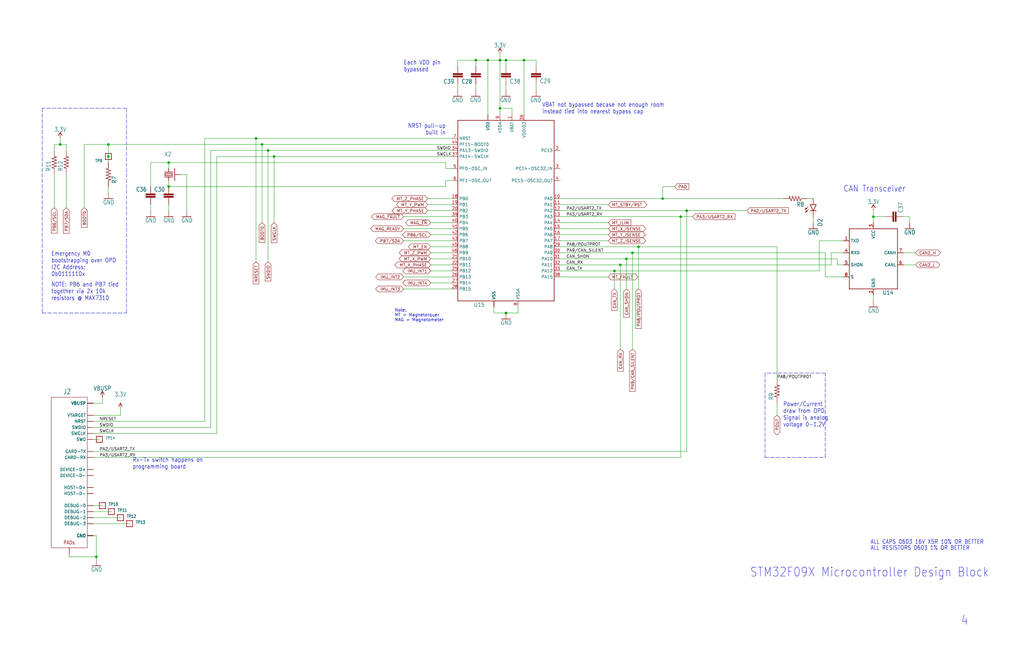
<source format=kicad_sch>
(kicad_sch (version 20211123) (generator eeschema)
  (paper "B")
  (lib_symbols
    (symbol "J-TE-2-1734592-0-oresat-debug-connector:J-TE-Debug-2-1734592-0"
      (property "Reference" "J" (at 0 35.56 0))
      (property "Value" "J-TE-Debug-2-1734592-0" (at 0 33.02 0))
      (symbol "J-TE-Debug-2-1734592-0_1_0"
        (polyline (pts (xy -7.62 -33.02) (xy 7.62 -33.02)) (stroke (width 0.1524)))
        (polyline (pts (xy -7.62 30.48) (xy -7.62 -33.02)) (stroke (width 0.1524)))
        (polyline (pts (xy 7.62 -33.02) (xy 7.62 30.48)) (stroke (width 0.1524)))
        (polyline (pts (xy 7.62 30.48) (xy -7.62 30.48)) (stroke (width 0.1524)))
        (text "PADs" (at -2.54 -31.75 0) (effects (font (size 1.524 1.2954)) (justify left bottom)))
        (pin passive line (at 10.16 27.94 180) (length 2.54) (name "VBUSP") (number "1"))
        (pin passive line (at 10.16 20.32 180) (length 2.54) (name "NRST") (number "10"))
        (pin passive line (at 10.16 22.86 180) (length 2.54) (name "VTARGET") (number "11"))
        (pin passive line (at 10.16 5.08 180) (length 2.54) (name "CARD-RX") (number "12"))
        (pin passive line (at 10.16 7.62 180) (length 2.54) (name "CARD-TX") (number "13"))
        (pin passive line (at 10.16 17.78 180) (length 2.54) (name "SWDIO") (number "14"))
        (pin passive line (at 10.16 15.24 180) (length 2.54) (name "SWCLK") (number "15"))
        (pin passive line (at 10.16 12.7 180) (length 2.54) (name "SWO") (number "16"))
        (pin passive line (at 10.16 -15.24 180) (length 2.54) (name "DEBUG-0") (number "17"))
        (pin passive line (at 10.16 -17.78 180) (length 2.54) (name "DEBUG-1") (number "18"))
        (pin passive line (at 10.16 -20.32 180) (length 2.54) (name "DEBUG-2") (number "19"))
        (pin passive line (at 10.16 27.94 180) (length 2.54) (name "VBUSP") (number "2"))
        (pin passive line (at 10.16 -22.86 180) (length 2.54) (name "DEBUG-3") (number "20"))
        (pin passive line (at 10.16 -27.94 180) (length 2.54) (name "GND") (number "3"))
        (pin passive line (at 10.16 0 180) (length 2.54) (name "DEVICE-D+") (number "4"))
        (pin passive line (at 10.16 -2.54 180) (length 2.54) (name "DEVICE-D-") (number "5"))
        (pin passive line (at 10.16 -27.94 180) (length 2.54) (name "GND") (number "6"))
        (pin passive line (at 10.16 -7.62 180) (length 2.54) (name "HOST-D+") (number "7"))
        (pin passive line (at 10.16 -10.16 180) (length 2.54) (name "HOST-D-") (number "8"))
        (pin passive line (at 10.16 -27.94 180) (length 2.54) (name "GND") (number "9"))
        (pin bidirectional line (at 0 -35.56 90) (length 2.54) (name "PAD") (number "PAD1"))
        (pin bidirectional line (at 0 -35.56 90) (length 2.54) (name "PAD") (number "PAD2"))
      )
    )
    (symbol "oresat-acs-card-eagle-import:3.3V" (power)
      (property "Value" "3.3V" (at 0 2.794 0))
      (symbol "3.3V_1_0"
        (polyline (pts (xy 0 2.54) (xy -0.762 1.27)) (stroke (width 0.254)))
        (polyline (pts (xy 0.762 1.27) (xy 0 2.54)) (stroke (width 0.254)))
        (pin power_in line (at 0 0 90) (length 2.54) (name "3.3V") (number "1"))
      )
    )
    (symbol "oresat-acs-card-eagle-import:C-EU0603-C-NOSILK"
      (property "Reference" "C" (at 1.524 0.381 0))
      (property "Value" "C-EU0603-C-NOSILK" (at 1.524 -4.699 0))
      (symbol "C-EU0603-C-NOSILK_1_0"
        (rectangle (start -2.032 -2.032) (end 2.032 -1.524) (fill (type outline)))
        (rectangle (start -2.032 -1.016) (end 2.032 -0.508) (fill (type outline)))
        (polyline (pts (xy 0 -2.54) (xy 0 -2.032)) (stroke (width 0.1524)))
        (polyline (pts (xy 0 0) (xy 0 -0.508)) (stroke (width 0.1524)))
        (pin passive line (at 0 2.54 270) (length 2.54) (name "1") (number "1"))
        (pin passive line (at 0 -5.08 90) (length 2.54) (name "2") (number "2"))
      )
    )
    (symbol "oresat-acs-card-eagle-import:CRYSTAL-WITH-GND"
      (property "Reference" "X" (at 5.08 -2.54 0))
      (property "Value" "CRYSTAL-WITH-GND" (at 5.08 -5.08 0))
      (symbol "CRYSTAL-WITH-GND_1_0"
        (polyline (pts (xy -2.54 -2.54) (xy 2.54 -2.54)) (stroke (width 0.254)))
        (polyline (pts (xy -2.54 0) (xy -1.016 0)) (stroke (width 0.254)))
        (polyline (pts (xy -1.016 0) (xy -1.016 -1.778)) (stroke (width 0.254)))
        (polyline (pts (xy -1.016 1.778) (xy -1.016 0)) (stroke (width 0.254)))
        (polyline (pts (xy -0.381 -1.524) (xy 0.381 -1.524)) (stroke (width 0.254)))
        (polyline (pts (xy -0.381 1.524) (xy -0.381 -1.524)) (stroke (width 0.254)))
        (polyline (pts (xy 0.381 -1.524) (xy 0.381 1.524)) (stroke (width 0.254)))
        (polyline (pts (xy 0.381 1.524) (xy -0.381 1.524)) (stroke (width 0.254)))
        (polyline (pts (xy 1.016 0) (xy 1.016 -1.778)) (stroke (width 0.254)))
        (polyline (pts (xy 1.016 1.778) (xy 1.016 0)) (stroke (width 0.254)))
        (polyline (pts (xy 2.54 0) (xy 1.016 0)) (stroke (width 0.254)))
        (pin passive line (at -2.54 0 0) (length 0) (name "1") (number "1"))
        (pin power_in line (at 0 -5.08 90) (length 2.54) (name "SHIELD") (number "2"))
        (pin passive line (at 2.54 0 180) (length 0) (name "2") (number "3"))
        (pin power_in line (at 0 -5.08 90) (length 2.54) (name "SHIELD") (number "4"))
      )
    )
    (symbol "oresat-acs-card-eagle-import:GND" (power)
      (property "Value" "GND" (at -2.54 -2.54 0))
      (symbol "GND_1_0"
        (polyline (pts (xy -1.905 0) (xy 1.905 0)) (stroke (width 0.254)))
        (pin power_in line (at 0 2.54 270) (length 2.54) (name "GND") (number "1"))
      )
    )
    (symbol "oresat-acs-card-eagle-import:LED-GREEN0603"
      (property "Reference" "D" (at -3.429 -4.572 90))
      (property "Value" "LED-GREEN0603" (at 1.905 -4.572 90))
      (symbol "LED-GREEN0603_1_0"
        (polyline (pts (xy -2.032 -0.762) (xy -3.429 -2.159)) (stroke (width 0.1524)))
        (polyline (pts (xy -1.905 -1.905) (xy -3.302 -3.302)) (stroke (width 0.1524)))
        (polyline (pts (xy 0 -2.54) (xy -1.27 -2.54)) (stroke (width 0.254)))
        (polyline (pts (xy 0 -2.54) (xy -1.27 0)) (stroke (width 0.254)))
        (polyline (pts (xy 1.27 -2.54) (xy 0 -2.54)) (stroke (width 0.254)))
        (polyline (pts (xy 1.27 0) (xy -1.27 0)) (stroke (width 0.254)))
        (polyline (pts (xy 1.27 0) (xy 0 -2.54)) (stroke (width 0.254)))
        (polyline (pts (xy -3.429 -2.159) (xy -3.048 -1.27) (xy -2.54 -1.778)) (fill (type outline)))
        (polyline (pts (xy -3.302 -3.302) (xy -2.921 -2.413) (xy -2.413 -2.921)) (fill (type outline)))
        (pin passive line (at 0 2.54 270) (length 2.54) (name "A") (number "A"))
        (pin passive line (at 0 -5.08 90) (length 2.54) (name "C") (number "C"))
      )
    )
    (symbol "oresat-acs-card-eagle-import:R-US_0603-C-NOSILK"
      (property "Reference" "R" (at -3.81 1.4986 0))
      (property "Value" "R-US_0603-C-NOSILK" (at -3.81 -3.302 0))
      (symbol "R-US_0603-C-NOSILK_1_0"
        (polyline (pts (xy -2.54 0) (xy -2.159 1.016)) (stroke (width 0.2032)))
        (polyline (pts (xy -2.159 1.016) (xy -1.524 -1.016)) (stroke (width 0.2032)))
        (polyline (pts (xy -1.524 -1.016) (xy -0.889 1.016)) (stroke (width 0.2032)))
        (polyline (pts (xy -0.889 1.016) (xy -0.254 -1.016)) (stroke (width 0.2032)))
        (polyline (pts (xy -0.254 -1.016) (xy 0.381 1.016)) (stroke (width 0.2032)))
        (polyline (pts (xy 0.381 1.016) (xy 1.016 -1.016)) (stroke (width 0.2032)))
        (polyline (pts (xy 1.016 -1.016) (xy 1.651 1.016)) (stroke (width 0.2032)))
        (polyline (pts (xy 1.651 1.016) (xy 2.286 -1.016)) (stroke (width 0.2032)))
        (polyline (pts (xy 2.286 -1.016) (xy 2.54 0)) (stroke (width 0.2032)))
        (pin passive line (at -5.08 0 0) (length 2.54) (name "1") (number "1"))
        (pin passive line (at 5.08 0 180) (length 2.54) (name "2") (number "2"))
      )
    )
    (symbol "oresat-acs-card-eagle-import:STM32F091C"
      (property "Value" "STM32F091C" (at -20.32 40.64 0))
      (symbol "STM32F091C_1_0"
        (polyline (pts (xy -20.32 -38.1) (xy -20.32 38.1)) (stroke (width 0.254)))
        (polyline (pts (xy -20.32 38.1) (xy 20.32 38.1)) (stroke (width 0.254)))
        (polyline (pts (xy 20.32 -38.1) (xy -20.32 -38.1)) (stroke (width 0.254)))
        (polyline (pts (xy 20.32 38.1) (xy 20.32 -38.1)) (stroke (width 0.254)))
        (pin power_in line (at -2.54 40.64 270) (length 2.54) (name "VBAT") (number "1"))
        (pin bidirectional line (at -22.86 5.08 0) (length 2.54) (name "PA0") (number "10"))
        (pin bidirectional line (at -22.86 2.54 0) (length 2.54) (name "PA1") (number "11"))
        (pin bidirectional line (at -22.86 0 0) (length 2.54) (name "PA2") (number "12"))
        (pin bidirectional line (at -22.86 -2.54 0) (length 2.54) (name "PA3") (number "13"))
        (pin bidirectional line (at -22.86 -5.08 0) (length 2.54) (name "PA4") (number "14"))
        (pin bidirectional line (at -22.86 -7.62 0) (length 2.54) (name "PA5") (number "15"))
        (pin bidirectional line (at -22.86 -10.16 0) (length 2.54) (name "PA6") (number "16"))
        (pin bidirectional line (at -22.86 -12.7 0) (length 2.54) (name "PA7") (number "17"))
        (pin bidirectional line (at 22.86 5.08 180) (length 2.54) (name "PB0") (number "18"))
        (pin bidirectional line (at 22.86 2.54 180) (length 2.54) (name "PB1") (number "19"))
        (pin bidirectional line (at -22.86 25.4 0) (length 2.54) (name "PC13") (number "2"))
        (pin bidirectional line (at 22.86 0 180) (length 2.54) (name "PB2") (number "20"))
        (pin bidirectional line (at 22.86 -20.32 180) (length 2.54) (name "PB10") (number "21"))
        (pin bidirectional line (at 22.86 -22.86 180) (length 2.54) (name "PB11") (number "22"))
        (pin power_in line (at 5.08 -40.64 90) (length 2.54) (name "VSS") (number "23"))
        (pin power_in line (at 7.62 40.64 270) (length 2.54) (name "VDD") (number "24"))
        (pin bidirectional line (at 22.86 -25.4 180) (length 2.54) (name "PB12") (number "25"))
        (pin bidirectional line (at 22.86 -27.94 180) (length 2.54) (name "PB13") (number "26"))
        (pin bidirectional line (at 22.86 -30.48 180) (length 2.54) (name "PB14") (number "27"))
        (pin bidirectional line (at 22.86 -33.02 180) (length 2.54) (name "PB15") (number "28"))
        (pin bidirectional line (at -22.86 -15.24 0) (length 2.54) (name "PA8") (number "29"))
        (pin bidirectional line (at -22.86 17.78 0) (length 2.54) (name "PC14-OSC32_IN") (number "3"))
        (pin bidirectional line (at -22.86 -17.78 0) (length 2.54) (name "PA9") (number "30"))
        (pin bidirectional line (at -22.86 -20.32 0) (length 2.54) (name "PA10") (number "31"))
        (pin bidirectional line (at -22.86 -22.86 0) (length 2.54) (name "PA11") (number "32"))
        (pin bidirectional line (at -22.86 -25.4 0) (length 2.54) (name "PA12") (number "33"))
        (pin bidirectional line (at 22.86 25.4 180) (length 2.54) (name "PA13-SWDIO") (number "34"))
        (pin power_in line (at 5.08 -40.64 90) (length 2.54) (name "VSS") (number "35"))
        (pin power_in line (at -7.62 40.64 270) (length 2.54) (name "VDDIO2") (number "36"))
        (pin bidirectional line (at 22.86 22.86 180) (length 2.54) (name "PA14-SWCLK") (number "37"))
        (pin bidirectional line (at -22.86 -27.94 0) (length 2.54) (name "PA15") (number "38"))
        (pin bidirectional line (at 22.86 -2.54 180) (length 2.54) (name "PB3") (number "39"))
        (pin bidirectional line (at -22.86 12.7 0) (length 2.54) (name "PC15-OSC32_OUT") (number "4"))
        (pin bidirectional line (at 22.86 -5.08 180) (length 2.54) (name "PB4") (number "40"))
        (pin bidirectional line (at 22.86 -7.62 180) (length 2.54) (name "PB5") (number "41"))
        (pin bidirectional line (at 22.86 -10.16 180) (length 2.54) (name "PB6") (number "42"))
        (pin bidirectional line (at 22.86 -12.7 180) (length 2.54) (name "PB7") (number "43"))
        (pin bidirectional line (at 22.86 27.94 180) (length 2.54) (name "PF11-BOOT0") (number "44"))
        (pin bidirectional line (at 22.86 -15.24 180) (length 2.54) (name "PB8") (number "45"))
        (pin bidirectional line (at 22.86 -17.78 180) (length 2.54) (name "PB9") (number "46"))
        (pin power_in line (at 5.08 -40.64 90) (length 2.54) (name "VSS") (number "47"))
        (pin power_in line (at 7.62 40.64 270) (length 2.54) (name "VDD") (number "48"))
        (pin bidirectional line (at 22.86 17.78 180) (length 2.54) (name "PF0-OSC_IN") (number "5"))
        (pin bidirectional line (at 22.86 12.7 180) (length 2.54) (name "PF1-OSC_OUT") (number "6"))
        (pin bidirectional line (at 22.86 30.48 180) (length 2.54) (name "NRST") (number "7"))
        (pin power_in line (at -5.08 -40.64 90) (length 2.54) (name "VSSA") (number "8"))
        (pin power_in line (at 2.54 40.64 270) (length 2.54) (name "VDDA") (number "9"))
      )
    )
    (symbol "oresat-acs-card-eagle-import:TCAN330"
      (property "Reference" "U" (at 7.62 -17.78 0))
      (property "Value" "TCAN330" (at 7.62 -20.32 0))
      (symbol "TCAN330_1_0"
        (polyline (pts (xy -10.16 -12.7) (xy 10.16 -12.7)) (stroke (width 0.254)))
        (polyline (pts (xy -10.16 12.7) (xy -10.16 -12.7)) (stroke (width 0.254)))
        (polyline (pts (xy 10.16 -12.7) (xy 10.16 12.7)) (stroke (width 0.254)))
        (polyline (pts (xy 10.16 12.7) (xy -10.16 12.7)) (stroke (width 0.254)))
        (pin input line (at -12.7 7.62 0) (length 2.54) (name "TXD") (number "1"))
        (pin power_in line (at 0 -15.24 90) (length 2.54) (name "GND") (number "2"))
        (pin power_in line (at 0 15.24 270) (length 2.54) (name "VCC") (number "3"))
        (pin output line (at -12.7 2.54 0) (length 2.54) (name "RXD") (number "4"))
        (pin input line (at -12.7 -2.54 0) (length 2.54) (name "SHDN") (number "5"))
        (pin bidirectional line (at 12.7 -2.54 180) (length 2.54) (name "CANL") (number "6"))
        (pin bidirectional line (at 12.7 2.54 180) (length 2.54) (name "CANH") (number "7"))
        (pin input line (at -12.7 -7.62 0) (length 2.54) (name "S") (number "8"))
      )
    )
    (symbol "oresat-acs-card-eagle-import:TEST-POINT-LARGE-SQUARE"
      (property "Reference" "TP" (at -2.54 2.54 0))
      (symbol "TEST-POINT-LARGE-SQUARE_1_0"
        (polyline (pts (xy -1.27 -1.27) (xy -1.27 1.27)) (stroke (width 0.254)))
        (polyline (pts (xy -1.27 1.27) (xy 1.27 1.27)) (stroke (width 0.254)))
        (polyline (pts (xy 1.27 -1.27) (xy -1.27 -1.27)) (stroke (width 0.254)))
        (polyline (pts (xy 1.27 1.27) (xy 1.27 -1.27)) (stroke (width 0.254)))
        (pin passive line (at 0 0 0) (length 0) (name "1") (number "1"))
      )
    )
    (symbol "oresat-acs-card-eagle-import:VBUSP" (power)
      (property "Value" "VBUSP" (at 0 2.794 0))
      (symbol "VBUSP_1_0"
        (polyline (pts (xy 0 2.54) (xy -0.762 1.27)) (stroke (width 0.254)))
        (polyline (pts (xy 0.762 1.27) (xy 0 2.54)) (stroke (width 0.254)))
        (pin power_in line (at 0 0 90) (length 2.54) (name "VBUSP") (number "1"))
      )
    )
  )
  (junction (at 45.72 66.04))
  (junction (at 220.98 25.4))
  (junction (at 205.74 25.4))
  (junction (at 287.02 91.44))
  (junction (at 25.4 60.96))
  (junction (at 40.64 234.95))
  (junction (at 279.4 83.82))
  (junction (at 259.08 114.3))
  (junction (at 210.82 45.72))
  (junction (at 110.49 60.96))
  (junction (at 264.16 109.22))
  (junction (at 115.57 66.04))
  (junction (at 261.62 111.76))
  (junction (at 200.66 25.4))
  (junction (at 368.3 91.44))
  (junction (at 213.36 132.08))
  (junction (at 213.36 25.4))
  (junction (at 71.12 78.74))
  (junction (at 113.03 63.5))
  (junction (at 45.72 60.96))
  (junction (at 210.82 25.4))
  (junction (at 289.56 88.9))
  (junction (at 107.95 58.42))
  (junction (at 266.7 106.68))
  (junction (at 269.24 104.14))
  (junction (at 71.12 68.58))
  (wire (pts (xy 63.5 88.9) (xy 63.5 86.36)))
  (wire (pts (xy 236.22 91.44) (xy 287.02 91.44)))
  (wire (pts (xy 213.36 25.4) (xy 210.82 25.4)))
  (wire (pts (xy 43.18 170.18) (xy 43.18 167.64)))
  (wire (pts (xy 29.21 233.68) (xy 29.21 234.95)))
  (wire (pts (xy 200.66 27.94) (xy 200.66 25.4)))
  (wire (pts (xy 91.44 182.88) (xy 91.44 66.04)))
  (wire (pts (xy 91.44 66.04) (xy 115.57 66.04)))
  (wire (pts (xy 193.04 27.94) (xy 193.04 25.4)))
  (wire (pts (xy 345.44 101.6) (xy 345.44 114.3)))
  (wire (pts (xy 327.66 170.18) (xy 327.66 175.26)))
  (wire (pts (xy 35.56 60.96) (xy 35.56 87.63)))
  (wire (pts (xy 289.56 88.9) (xy 314.96 88.9)))
  (wire (pts (xy 236.22 86.36) (xy 256.54 86.36)))
  (wire (pts (xy 25.4 60.96) (xy 27.94 60.96)))
  (wire (pts (xy 287.02 91.44) (xy 287.02 193.04)))
  (wire (pts (xy 279.4 78.74) (xy 284.48 78.74)))
  (wire (pts (xy 287.02 91.44) (xy 292.1 91.44)))
  (wire (pts (xy 269.24 104.14) (xy 269.24 121.92)))
  (wire (pts (xy 261.62 111.76) (xy 261.62 147.32)))
  (wire (pts (xy 39.37 226.06) (xy 40.64 226.06)))
  (wire (pts (xy 350.52 111.76) (xy 261.62 111.76)))
  (wire (pts (xy 71.12 78.74) (xy 71.12 76.2)))
  (wire (pts (xy 215.9 45.72) (xy 210.82 45.72)))
  (wire (pts (xy 208.28 132.08) (xy 208.28 129.54)))
  (wire (pts (xy 353.06 111.76) (xy 353.06 109.22)))
  (wire (pts (xy 368.3 127) (xy 368.3 124.46)))
  (wire (pts (xy 27.94 87.63) (xy 27.94 73.66)))
  (wire (pts (xy 46.99 215.9) (xy 39.37 215.9)))
  (wire (pts (xy 88.9 180.34) (xy 88.9 63.5)))
  (wire (pts (xy 210.82 48.26) (xy 210.82 45.72)))
  (wire (pts (xy 368.3 91.44) (xy 373.38 91.44)))
  (wire (pts (xy 350.52 106.68) (xy 350.52 111.76)))
  (wire (pts (xy 259.08 114.3) (xy 259.08 121.92)))
  (wire (pts (xy 71.12 68.58) (xy 71.12 71.12)))
  (wire (pts (xy 236.22 83.82) (xy 279.4 83.82)))
  (wire (pts (xy 107.95 58.42) (xy 190.5 58.42)))
  (wire (pts (xy 226.06 38.1) (xy 226.06 35.56)))
  (wire (pts (xy 190.5 91.44) (xy 170.18 91.44)))
  (wire (pts (xy 78.74 73.66) (xy 76.2 73.66)))
  (wire (pts (xy 22.86 60.96) (xy 25.4 60.96)))
  (wire (pts (xy 213.36 27.94) (xy 213.36 25.4)))
  (wire (pts (xy 220.98 25.4) (xy 213.36 25.4)))
  (wire (pts (xy 190.5 114.3) (xy 181.61 114.3)))
  (wire (pts (xy 190.5 121.92) (xy 170.18 121.92)))
  (wire (pts (xy 110.49 60.96) (xy 45.72 60.96)))
  (wire (pts (xy 187.96 71.12) (xy 187.96 68.58)))
  (wire (pts (xy 29.21 234.95) (xy 40.64 234.95)))
  (wire (pts (xy 213.36 35.56) (xy 213.36 38.1)))
  (wire (pts (xy 190.5 60.96) (xy 110.49 60.96)))
  (wire (pts (xy 181.61 106.68) (xy 190.5 106.68)))
  (wire (pts (xy 45.72 66.04) (xy 45.72 60.96)))
  (wire (pts (xy 39.37 177.8) (xy 86.36 177.8)))
  (wire (pts (xy 45.72 60.96) (xy 35.56 60.96)))
  (wire (pts (xy 107.95 58.42) (xy 107.95 110.49)))
  (polyline (pts (xy 322.58 157.48) (xy 322.58 193.04)))
  (wire (pts (xy 226.06 25.4) (xy 226.06 27.94)))
  (wire (pts (xy 115.57 66.04) (xy 115.57 93.98)))
  (polyline (pts (xy 53.34 45.72) (xy 17.78 45.72)))
  (wire (pts (xy 383.54 91.44) (xy 383.54 93.98)))
  (wire (pts (xy 39.37 213.36) (xy 43.18 213.36)))
  (wire (pts (xy 190.5 99.06) (xy 181.61 99.06)))
  (wire (pts (xy 86.36 58.42) (xy 107.95 58.42)))
  (wire (pts (xy 220.98 25.4) (xy 226.06 25.4)))
  (wire (pts (xy 342.9 91.44) (xy 342.9 93.98)))
  (wire (pts (xy 236.22 96.52) (xy 256.54 96.52)))
  (wire (pts (xy 213.36 132.08) (xy 218.44 132.08)))
  (wire (pts (xy 63.5 78.74) (xy 63.5 68.58)))
  (wire (pts (xy 236.22 93.98) (xy 256.54 93.98)))
  (wire (pts (xy 190.5 96.52) (xy 170.18 96.52)))
  (wire (pts (xy 39.37 218.44) (xy 50.8 218.44)))
  (wire (pts (xy 113.03 63.5) (xy 113.03 110.49)))
  (wire (pts (xy 50.8 175.26) (xy 50.8 172.72)))
  (wire (pts (xy 289.56 88.9) (xy 289.56 190.5)))
  (wire (pts (xy 215.9 48.26) (xy 215.9 45.72)))
  (polyline (pts (xy 17.78 132.08) (xy 53.34 132.08)))
  (wire (pts (xy 180.34 86.36) (xy 190.5 86.36)))
  (wire (pts (xy 340.36 83.82) (xy 342.9 83.82)))
  (wire (pts (xy 190.5 101.6) (xy 170.18 101.6)))
  (polyline (pts (xy 17.78 45.72) (xy 17.78 132.08)))
  (wire (pts (xy 71.12 88.9) (xy 71.12 86.36)))
  (wire (pts (xy 190.5 71.12) (xy 187.96 71.12)))
  (wire (pts (xy 181.61 104.14) (xy 190.5 104.14)))
  (wire (pts (xy 27.94 60.96) (xy 27.94 63.5)))
  (wire (pts (xy 180.34 88.9) (xy 190.5 88.9)))
  (wire (pts (xy 266.7 106.68) (xy 347.98 106.68)))
  (wire (pts (xy 353.06 109.22) (xy 264.16 109.22)))
  (wire (pts (xy 261.62 111.76) (xy 236.22 111.76)))
  (polyline (pts (xy 347.98 157.48) (xy 322.58 157.48)))
  (wire (pts (xy 210.82 25.4) (xy 210.82 22.86)))
  (wire (pts (xy 181.61 109.22) (xy 190.5 109.22)))
  (wire (pts (xy 39.37 175.26) (xy 50.8 175.26)))
  (wire (pts (xy 181.61 111.76) (xy 190.5 111.76)))
  (wire (pts (xy 86.36 58.42) (xy 86.36 177.8)))
  (wire (pts (xy 213.36 132.08) (xy 208.28 132.08)))
  (wire (pts (xy 54.61 220.98) (xy 39.37 220.98)))
  (wire (pts (xy 190.5 76.2) (xy 187.96 76.2)))
  (wire (pts (xy 22.86 63.5) (xy 22.86 60.96)))
  (wire (pts (xy 381 111.76) (xy 386.08 111.76)))
  (wire (pts (xy 368.3 93.98) (xy 368.3 91.44)))
  (wire (pts (xy 110.49 60.96) (xy 110.49 93.98)))
  (wire (pts (xy 266.7 106.68) (xy 266.7 147.32)))
  (wire (pts (xy 91.44 182.88) (xy 39.37 182.88)))
  (wire (pts (xy 190.5 119.38) (xy 181.61 119.38)))
  (wire (pts (xy 236.22 88.9) (xy 289.56 88.9)))
  (wire (pts (xy 113.03 63.5) (xy 190.5 63.5)))
  (wire (pts (xy 264.16 109.22) (xy 264.16 121.92)))
  (wire (pts (xy 327.66 160.02) (xy 327.66 104.14)))
  (wire (pts (xy 259.08 114.3) (xy 345.44 114.3)))
  (wire (pts (xy 368.3 91.44) (xy 368.3 88.9)))
  (wire (pts (xy 180.34 83.82) (xy 190.5 83.82)))
  (polyline (pts (xy 347.98 193.04) (xy 347.98 157.48)))
  (wire (pts (xy 45.72 68.58) (xy 45.72 66.04)))
  (wire (pts (xy 88.9 180.34) (xy 39.37 180.34)))
  (wire (pts (xy 287.02 193.04) (xy 39.37 193.04)))
  (wire (pts (xy 40.64 234.95) (xy 40.64 236.22)))
  (wire (pts (xy 279.4 83.82) (xy 330.2 83.82)))
  (wire (pts (xy 236.22 99.06) (xy 256.54 99.06)))
  (wire (pts (xy 39.37 170.18) (xy 43.18 170.18)))
  (wire (pts (xy 205.74 48.26) (xy 205.74 25.4)))
  (wire (pts (xy 236.22 101.6) (xy 256.54 101.6)))
  (wire (pts (xy 220.98 25.4) (xy 220.98 48.26)))
  (wire (pts (xy 218.44 132.08) (xy 218.44 129.54)))
  (wire (pts (xy 269.24 104.14) (xy 236.22 104.14)))
  (wire (pts (xy 193.04 25.4) (xy 200.66 25.4)))
  (wire (pts (xy 88.9 63.5) (xy 113.03 63.5)))
  (wire (pts (xy 190.5 116.84) (xy 170.18 116.84)))
  (wire (pts (xy 289.56 190.5) (xy 39.37 190.5)))
  (wire (pts (xy 327.66 104.14) (xy 269.24 104.14)))
  (wire (pts (xy 187.96 78.74) (xy 71.12 78.74)))
  (wire (pts (xy 347.98 106.68) (xy 347.98 116.84)))
  (wire (pts (xy 187.96 76.2) (xy 187.96 78.74)))
  (wire (pts (xy 115.57 66.04) (xy 190.5 66.04)))
  (wire (pts (xy 193.04 35.56) (xy 193.04 38.1)))
  (wire (pts (xy 347.98 116.84) (xy 355.6 116.84)))
  (wire (pts (xy 41.91 185.42) (xy 39.37 185.42)))
  (wire (pts (xy 381 106.68) (xy 386.08 106.68)))
  (polyline (pts (xy 53.34 132.08) (xy 53.34 45.72)))
  (wire (pts (xy 236.22 116.84) (xy 256.54 116.84)))
  (wire (pts (xy 355.6 106.68) (xy 350.52 106.68)))
  (wire (pts (xy 78.74 88.9) (xy 78.74 73.66)))
  (wire (pts (xy 45.72 78.74) (xy 45.72 81.28)))
  (wire (pts (xy 22.86 87.63) (xy 22.86 73.66)))
  (wire (pts (xy 355.6 101.6) (xy 345.44 101.6)))
  (polyline (pts (xy 322.58 193.04) (xy 347.98 193.04)))
  (wire (pts (xy 210.82 45.72) (xy 210.82 25.4)))
  (wire (pts (xy 200.66 25.4) (xy 205.74 25.4)))
  (wire (pts (xy 236.22 106.68) (xy 266.7 106.68)))
  (wire (pts (xy 25.4 60.96) (xy 25.4 58.42)))
  (wire (pts (xy 40.64 226.06) (xy 40.64 234.95)))
  (wire (pts (xy 279.4 83.82) (xy 279.4 78.74)))
  (wire (pts (xy 63.5 68.58) (xy 71.12 68.58)))
  (wire (pts (xy 355.6 111.76) (xy 353.06 111.76)))
  (wire (pts (xy 187.96 68.58) (xy 71.12 68.58)))
  (wire (pts (xy 236.22 114.3) (xy 259.08 114.3)))
  (wire (pts (xy 381 91.44) (xy 383.54 91.44)))
  (wire (pts (xy 205.74 25.4) (xy 210.82 25.4)))
  (wire (pts (xy 190.5 93.98) (xy 181.61 93.98)))
  (wire (pts (xy 200.66 38.1) (xy 200.66 35.56)))
  (wire (pts (xy 264.16 109.22) (xy 236.22 109.22)))
  (text "NOTE: PB6 and PB7 tied\ntogether via 2x 10k\nresistors @ MAX7310~{}" (at 21.59 127 0) (effects (font (size 1.778 1.5113)) (justify left bottom)))
  (text "Emergency M0\nbootstrapping over OPD\nI2C Address:\n0b0111110x" (at 21.59 116.84 0) (effects (font (size 1.778 1.5113)) (justify left bottom)))
  (text "ALL CAPS 0603 16V X5R 10% OR BETTER" (at 367.03 229.87 180) (effects (font (size 1.778 1.5113)) (justify left bottom)))
  (text "NRST pull-up\nbuilt in" (at 187.96 57.15 180) (effects (font (size 1.778 1.5113)) (justify right bottom)))
  (text "Power/Current\ndraw from OPD.\nSignal is analog\nvoltage 0-1.2V" (at 330.2 180.34 0) (effects (font (size 1.778 1.5113)) (justify left bottom)))
  (text "VBAT not bypassed becase not enough room\ninstead tied into nearest bypass cap" (at 228.6 48.26 0) (effects (font (size 1.778 1.5113)) (justify left bottom)))
  (text "Rx-Tx switch happens on\nprogramming board" (at 55.88 198.12 180) (effects (font (size 1.778 1.5113)) (justify left bottom)))
  (text "CAN Transceiver" (at 355.6 81.28 180) (effects (font (size 2.54 2.159)) (justify left bottom)))
  (text "ALL RESISTORS 0603 1% OR BETTER" (at 367.03 232.41 180) (effects (font (size 1.778 1.5113)) (justify left bottom)))
  (text "STM32F09X Microcontroller Design Block" (at 316.23 243.84 180) (effects (font (size 3.81 3.2385)) (justify left bottom)))
  (text "4" (at 405.13 264.16 180) (effects (font (size 3.81 3.2385)) (justify left bottom)))
  (text "Each VDD pin\nbypassed" (at 170.18 30.48 180) (effects (font (size 1.778 1.5113)) (justify left bottom)))
  (text "Note:\nMT = Magnetorquer\nMAG = Magnetometer" (at 166.37 135.89 0) (effects (font (size 1.27 1.27)) (justify left bottom)))
  (label "PA2/USART2_TX" (at 238.76 88.9 0) (effects (font (size 1.2446 1.2446))))
  (label "NRESET" (at 41.91 177.8 0) (effects (font (size 1.2446 1.2446))))
  (label "SWDIO" (at 184.15 63.5 0) (effects (font (size 1.2446 1.2446))))
  (label "CAN_SHDN" (at 238.76 109.22 0) (effects (font (size 1.2446 1.2446))))
  (label "PA9/CAN_SILENT" (at 238.76 106.68 0) (effects (font (size 1.2446 1.2446))))
  (label "PA3/USART2_RX" (at 238.76 91.44 0) (effects (font (size 1.2446 1.2446))))
  (label "SWCLK" (at 41.91 182.88 0) (effects (font (size 1.2446 1.2446))))
  (label "SWCLK" (at 184.15 66.04 0) (effects (font (size 1.2446 1.2446))))
  (label "SWDIO" (at 41.91 180.34 0) (effects (font (size 1.2446 1.2446))))
  (label "CAN_RX" (at 238.76 111.76 0) (effects (font (size 1.2446 1.2446))))
  (label "PA8/POUTPROT" (at 327.66 160.02 0) (effects (font (size 1.2446 1.2446))))
  (label "CAN_TX" (at 238.76 114.3 0) (effects (font (size 1.2446 1.2446))))
  (label "PA3/USART2_RX" (at 41.91 193.04 0) (effects (font (size 1.2446 1.2446))))
  (label "PA2/USART2_TX" (at 41.91 190.5 0) (effects (font (size 1.2446 1.2446))))
  (label "PA8/POUTPROT" (at 238.76 104.14 0) (effects (font (size 1.2446 1.2446))))
  (global_label "MT_X_PWM" (shape bidirectional) (at 181.61 109.22 180) (property "Intersheet References" "${INTERSHEET_REFS}" (effects hide)))
  (global_label "MAG_READY" (shape bidirectional) (at 170.18 96.52 180) (effects (font (size 1.2446 1.2446))) (property "Intersheet References" "${INTERSHEET_REFS}" (effects hide)))
  (global_label "PA0" (shape input) (at 284.48 78.74 0) (property "Intersheet References" "${INTERSHEET_REFS}" (effects hide)))
  (global_label "MT_X_ISENSE" (shape bidirectional) (at 256.54 96.52 0) (property "Intersheet References" "${INTERSHEET_REFS}" (effects hide)))
  (global_label "IMU_INT3" (shape bidirectional) (at 170.18 121.92 180) (effects (font (size 1.2446 1.2446))) (property "Intersheet References" "${INTERSHEET_REFS}" (effects hide)))
  (global_label "CAN_TX" (shape input) (at 259.08 121.92 270) (effects (font (size 1.2446 1.2446))) (property "Intersheet References" "${INTERSHEET_REFS}" (effects hide)))
  (global_label "MT_X_PHASE" (shape bidirectional) (at 181.61 111.76 180) (property "Intersheet References" "${INTERSHEET_REFS}" (effects hide)))
  (global_label "MT_Y_PWM" (shape bidirectional) (at 180.34 86.36 180) (property "Intersheet References" "${INTERSHEET_REFS}" (effects hide)))
  (global_label "CAN2_L" (shape bidirectional) (at 386.08 111.76 0) (effects (font (size 1.2446 1.2446))) (property "Intersheet References" "${INTERSHEET_REFS}" (effects hide)))
  (global_label "IMU_INT1" (shape bidirectional) (at 181.61 114.3 180) (effects (font (size 1.2446 1.2446))) (property "Intersheet References" "${INTERSHEET_REFS}" (effects hide)))
  (global_label "PA8{slash}POUTPROT" (shape input) (at 269.24 121.92 270) (effects (font (size 1.2446 1.2446))) (property "Intersheet References" "${INTERSHEET_REFS}" (effects hide)))
  (global_label "IMU_INT4" (shape bidirectional) (at 181.61 119.38 180) (effects (font (size 1.2446 1.2446))) (property "Intersheet References" "${INTERSHEET_REFS}" (effects hide)))
  (global_label "PB6/SCL" (shape bidirectional) (at 181.61 99.06 180) (effects (font (size 1.2446 1.2446))) (property "Intersheet References" "${INTERSHEET_REFS}" (effects hide)))
  (global_label "BOOT0" (shape input) (at 35.56 87.63 270) (effects (font (size 1.2446 1.2446))) (property "Intersheet References" "${INTERSHEET_REFS}" (effects hide)))
  (global_label "SWDIO" (shape input) (at 113.03 110.49 270) (effects (font (size 1.2446 1.2446))) (property "Intersheet References" "${INTERSHEET_REFS}" (effects hide)))
  (global_label "PB7{slash}SDA" (shape input) (at 27.94 87.63 270) (effects (font (size 1.2446 1.2446))) (property "Intersheet References" "${INTERSHEET_REFS}" (effects hide)))
  (global_label "PA2{slash}USART2_TX" (shape input) (at 314.96 88.9 0) (property "Intersheet References" "${INTERSHEET_REFS}" (effects hide)))
  (global_label "BOOT0" (shape input) (at 110.49 93.98 270) (effects (font (size 1.2446 1.2446))) (property "Intersheet References" "${INTERSHEET_REFS}" (effects hide)))
  (global_label "CAN_SHDN" (shape input) (at 264.16 121.92 270) (effects (font (size 1.2446 1.2446))) (property "Intersheet References" "${INTERSHEET_REFS}" (effects hide)))
  (global_label "CAN_RX" (shape input) (at 261.62 147.32 270) (effects (font (size 1.2446 1.2446))) (property "Intersheet References" "${INTERSHEET_REFS}" (effects hide)))
  (global_label "MT_Z_PWM" (shape bidirectional) (at 181.61 106.68 180) (property "Intersheet References" "${INTERSHEET_REFS}" (effects hide)))
  (global_label "MT_Y_PHASE" (shape bidirectional) (at 180.34 88.9 180) (property "Intersheet References" "${INTERSHEET_REFS}" (effects hide)))
  (global_label "PB6{slash}SCL" (shape input) (at 22.86 87.63 270) (effects (font (size 1.2446 1.2446))) (property "Intersheet References" "${INTERSHEET_REFS}" (effects hide)))
  (global_label "SWCLK" (shape input) (at 115.57 93.98 270) (effects (font (size 1.2446 1.2446))) (property "Intersheet References" "${INTERSHEET_REFS}" (effects hide)))
  (global_label "MT_EN" (shape bidirectional) (at 181.61 104.14 180) (property "Intersheet References" "${INTERSHEET_REFS}" (effects hide)))
  (global_label "POUT" (shape bidirectional) (at 327.66 175.26 270) (effects (font (size 1.2446 1.2446))) (property "Intersheet References" "${INTERSHEET_REFS}" (effects hide)))
  (global_label "MT_STBY{slash}RST" (shape bidirectional) (at 256.54 86.36 0) (property "Intersheet References" "${INTERSHEET_REFS}" (effects hide)))
  (global_label "PA9{slash}CAN_SILENT" (shape input) (at 266.7 147.32 270) (effects (font (size 1.2446 1.2446))) (property "Intersheet References" "${INTERSHEET_REFS}" (effects hide)))
  (global_label "NRESET" (shape input) (at 107.95 110.49 270) (effects (font (size 1.2446 1.2446))) (property "Intersheet References" "${INTERSHEET_REFS}" (effects hide)))
  (global_label "MT_Y_ISENSE" (shape bidirectional) (at 256.54 99.06 0) (property "Intersheet References" "${INTERSHEET_REFS}" (effects hide)))
  (global_label "MT_FAULT" (shape bidirectional) (at 256.54 116.84 0) (property "Intersheet References" "${INTERSHEET_REFS}" (effects hide)))
  (global_label "MAG_~{FAULT}" (shape bidirectional) (at 170.18 91.44 180) (effects (font (size 1.2446 1.2446))) (property "Intersheet References" "${INTERSHEET_REFS}" (effects hide)))
  (global_label "PA3{slash}USART2_RX" (shape input) (at 292.1 91.44 0) (property "Intersheet References" "${INTERSHEET_REFS}" (effects hide)))
  (global_label "MT_Z_PHASE" (shape bidirectional) (at 180.34 83.82 180) (property "Intersheet References" "${INTERSHEET_REFS}" (effects hide)))
  (global_label "CAN2_H" (shape bidirectional) (at 386.08 106.68 0) (effects (font (size 1.2446 1.2446))) (property "Intersheet References" "${INTERSHEET_REFS}" (effects hide)))
  (global_label "PB7/SDA" (shape bidirectional) (at 170.18 101.6 180) (effects (font (size 1.2446 1.2446))) (property "Intersheet References" "${INTERSHEET_REFS}" (effects hide)))
  (global_label "IMU_INT2" (shape bidirectional) (at 170.18 116.84 180) (effects (font (size 1.2446 1.2446))) (property "Intersheet References" "${INTERSHEET_REFS}" (effects hide)))
  (global_label "MT_ILIM" (shape input) (at 256.54 93.98 0) (property "Intersheet References" "${INTERSHEET_REFS}" (effects hide)))
  (global_label "MAG_~{EN}" (shape bidirectional) (at 181.61 93.98 180) (effects (font (size 1.2446 1.2446))) (property "Intersheet References" "${INTERSHEET_REFS}" (effects hide)))
  (global_label "MT_Z_ISENSE" (shape bidirectional) (at 256.54 101.6 0) (property "Intersheet References" "${INTERSHEET_REFS}" (effects hide)))
  (symbol (lib_id "oresat-acs-card-eagle-import:GND") (at 193.04 40.64 0) (unit 1)
    (property "Reference" "#GND086" (effects hide))
    (property "Value" "GND" (at 190.5 43.18 0) (effects (font (size 1.778 1.5113)) (justify left bottom)))
  )
  (symbol (lib_id "oresat-acs-card-eagle-import:VBUSP") (at 43.18 167.64 0) (unit 1)
    (property "Reference" "#VBUSP02" (effects hide))
    (property "Value" "VBUSP" (at 43.18 164.846 0) (effects (font (size 1.778 1.5113)) (justify bottom)))
  )
  (symbol (lib_id "oresat-acs-card-eagle-import:R-US_0603-C-NOSILK") (at 327.66 165.1 90) (unit 1)
    (property "Reference" "R9" (at 326.1614 168.91 0) (effects (font (size 1.778 1.5113)) (justify left bottom)))
    (property "Value" "10k" (at 330.962 168.91 0) (effects (font (size 1.778 1.5113)) (justify left bottom)))
    (property "Footprint" "oresat-acs-card:.0603-C-NOSILK" (effects hide))
    (property "Value" "RC0603FR-0710KL" (effects hide))
  )
  (symbol (lib_id "oresat-acs-card-eagle-import:GND") (at 71.12 91.44 0) (mirror y) (unit 1)
    (property "Reference" "#GND076" (effects hide))
    (property "Value" "GND" (at 73.66 93.98 0) (effects (font (size 1.778 1.5113)) (justify left bottom)))
  )
  (symbol (lib_id "oresat-acs-card-eagle-import:C-EU0603-C-NOSILK") (at 193.04 33.02 0) (mirror x) (unit 1)
    (property "Reference" "C39" (at 186.944 33.401 0) (effects (font (size 1.778 1.5113)) (justify left bottom)))
    (property "Value" "100n" (at 186.944 28.321 0) (effects (font (size 1.778 1.5113)) (justify left bottom)))
    (property "Footprint" "oresat-acs-card:.0603-C-NOSILK" (effects hide))
    (property "Value" "CL10B104KB8NNNL" (effects hide))
  )
  (symbol (lib_id "oresat-acs-card-eagle-import:R-US_0603-C-NOSILK") (at 27.94 68.58 90) (unit 1)
    (property "Reference" "R12" (at 26.4414 72.39 0) (effects (font (size 1.778 1.5113)) (justify left bottom)))
    (property "Value" "2.7k" (at 26.67 67.31 0) (effects (font (size 1.778 1.5113)) (justify left bottom)))
    (property "Footprint" "oresat-acs-card:.0603-C-NOSILK" (effects hide))
    (property "Value" "CRGCQ0603F2K7" (effects hide))
  )
  (symbol (lib_id "oresat-acs-card-eagle-import:TCAN330") (at 368.3 109.22 0) (unit 1)
    (property "Reference" "U14" (at 372.11 124.46 0) (effects (font (size 1.778 1.5113)) (justify left bottom)))
    (property "Value" "TCAN330" (at 372.11 127 0) (effects (font (size 1.778 1.5113)) (justify left bottom)))
    (property "Footprint" "oresat-acs-card:SOT23-8_TI-DCN" (effects hide))
    (property "Value" "TCAN330GDCNT" (effects hide))
  )
  (symbol (lib_id "oresat-acs-card-eagle-import:C-EU0603-C-NOSILK") (at 226.06 33.02 180) (unit 1)
    (property "Reference" "C29" (at 227.584 35.179 0) (effects (font (size 1.778 1.5113)) (justify right top)))
    (property "Value" "100n" (at 232.156 28.321 0) (effects (font (size 1.778 1.5113)) (justify left bottom)))
    (property "Footprint" "oresat-acs-card:.0603-C-NOSILK" (effects hide))
    (property "Value" "CL10B104KB8NNNL" (effects hide))
  )
  (symbol (lib_id "oresat-acs-card-eagle-import:GND") (at 63.5 91.44 0) (mirror y) (unit 1)
    (property "Reference" "#GND077" (effects hide))
    (property "Value" "GND" (at 66.04 93.98 0) (effects (font (size 1.778 1.5113)) (justify left bottom)))
  )
  (symbol (lib_id "oresat-acs-card-eagle-import:GND") (at 383.54 96.52 0) (mirror y) (unit 1)
    (property "Reference" "#GND078" (effects hide))
    (property "Value" "GND" (at 386.08 99.06 0) (effects (font (size 1.778 1.5113)) (justify left bottom)))
  )
  (symbol (lib_id "oresat-acs-card-eagle-import:TEST-POINT-LARGE-SQUARE") (at 46.99 215.9 0) (mirror x) (unit 1)
    (property "Reference" "TP11" (at 49.53 214.63 0) (effects (font (size 1.27 1.0795)) (justify left bottom)))
    (property "Value" "TEST-POINT-LARGE-SQUARE" (effects hide))
    (property "Footprint" "oresat-acs-card:1X01" (effects hide))
  )
  (symbol (lib_id "oresat-acs-card-eagle-import:GND") (at 200.66 40.64 0) (unit 1)
    (property "Reference" "#GND081" (effects hide))
    (property "Value" "GND" (at 198.12 43.18 0) (effects (font (size 1.778 1.5113)) (justify left bottom)))
  )
  (symbol (lib_id "oresat-acs-card-eagle-import:TEST-POINT-LARGE-SQUARE") (at 50.8 218.44 0) (mirror x) (unit 1)
    (property "Reference" "TP12" (at 53.34 217.17 0) (effects (font (size 1.27 1.0795)) (justify left bottom)))
    (property "Value" "TEST-POINT-LARGE-SQUARE" (effects hide))
    (property "Footprint" "oresat-acs-card:1X01" (effects hide))
  )
  (symbol (lib_id "oresat-acs-card-eagle-import:GND") (at 78.74 91.44 0) (mirror y) (unit 1)
    (property "Reference" "#GND075" (effects hide))
    (property "Value" "GND" (at 81.28 93.98 0) (effects (font (size 1.778 1.5113)) (justify left bottom)))
  )
  (symbol (lib_id "oresat-acs-card-eagle-import:LED-GREEN0603") (at 342.9 86.36 0) (unit 1)
    (property "Reference" "D2" (at 344.805 95.758 90) (effects (font (size 1.778 1.778)) (justify left top)))
    (property "Value" "AMBER" (at 344.805 90.932 90) (effects (font (size 1.778 1.778)) (justify left top)))
    (property "Footprint" "oresat-acs-card:LED-0603" (effects hide))
    (property "Value" "IN-S63AT5A" (effects hide))
  )
  (symbol (lib_id "oresat-acs-card-eagle-import:TEST-POINT-LARGE-SQUARE") (at 45.72 66.04 0) (mirror y) (unit 1)
    (property "Reference" "TP9" (at 43.18 68.58 0) (effects (font (size 1.27 1.0795)) (justify left bottom)))
    (property "Value" "TEST-POINT-LARGE-SQUARE" (effects hide))
    (property "Footprint" "oresat-acs-card:1X01" (effects hide))
  )
  (symbol (lib_id "oresat-acs-card-eagle-import:GND") (at 342.9 96.52 0) (mirror y) (unit 1)
    (property "Reference" "#GND084" (effects hide))
    (property "Value" "GND" (at 345.44 99.06 0) (effects (font (size 1.778 1.5113)) (justify left bottom)))
  )
  (symbol (lib_id "oresat-acs-card-eagle-import:TEST-POINT-LARGE-SQUARE") (at 41.91 185.42 0) (mirror x) (unit 1)
    (property "Reference" "TP14" (at 44.45 184.15 0) (effects (font (size 1.27 1.0795)) (justify left bottom)))
    (property "Value" "TEST-POINT-LARGE-SQUARE" (effects hide))
    (property "Footprint" "oresat-acs-card:1X01" (effects hide))
  )
  (symbol (lib_id "oresat-acs-card-eagle-import:C-EU0603-C-NOSILK") (at 71.12 81.28 0) (mirror y) (unit 1)
    (property "Reference" "C30" (at 69.596 80.899 0) (effects (font (size 1.778 1.5113)) (justify left bottom)))
    (property "Value" "20p" (at 69.596 85.979 0) (effects (font (size 1.778 1.5113)) (justify left bottom)))
    (property "Footprint" "oresat-acs-card:.0603-C-NOSILK" (effects hide))
    (property "Value" "CL10C200JB8NNNC" (effects hide))
  )
  (symbol (lib_id "oresat-acs-card-eagle-import:3.3V") (at 368.3 88.9 0) (mirror y) (unit 1)
    (property "Reference" "#SUPPLY011" (effects hide))
    (property "Value" "3.3V" (at 368.3 86.106 0) (effects (font (size 1.778 1.5113)) (justify bottom)))
  )
  (symbol (lib_id "oresat-acs-card-eagle-import:GND") (at 213.36 134.62 0) (mirror y) (unit 1)
    (property "Reference" "#GND074" (effects hide))
    (property "Value" "GND" (at 215.9 137.16 0) (effects (font (size 1.778 1.5113)) (justify left bottom)))
  )
  (symbol (lib_id "oresat-acs-card-eagle-import:3.3V") (at 210.82 22.86 0) (mirror y) (unit 1)
    (property "Reference" "#SUPPLY08" (effects hide))
    (property "Value" "3.3V" (at 210.82 20.066 0) (effects (font (size 1.778 1.5113)) (justify bottom)))
  )
  (symbol (lib_id "oresat-acs-card-eagle-import:3.3V") (at 50.8 172.72 0) (mirror y) (unit 1)
    (property "Reference" "#SUPPLY012" (effects hide))
    (property "Value" "3.3V" (at 50.8 167.386 0) (effects (font (size 1.778 1.5113)) (justify bottom)))
  )
  (symbol (lib_id "oresat-acs-card-eagle-import:GND") (at 45.72 83.82 0) (mirror y) (unit 1)
    (property "Reference" "#GND083" (effects hide))
    (property "Value" "GND" (at 48.26 86.36 0) (effects (font (size 1.778 1.5113)) (justify left bottom)))
  )
  (symbol (lib_id "oresat-acs-card-eagle-import:C-EU0603-C-NOSILK") (at 378.46 91.44 270) (mirror x) (unit 1)
    (property "Reference" "C37" (at 378.841 89.916 0) (effects (font (size 1.778 1.5113)) (justify left bottom)))
    (property "Value" "100n" (at 373.761 89.916 0) (effects (font (size 1.778 1.5113)) (justify left bottom)))
    (property "Footprint" "oresat-acs-card:.0603-C-NOSILK" (effects hide))
    (property "Value" "CL10B104KB8NNNL" (effects hide))
  )
  (symbol (lib_id "oresat-acs-card-eagle-import:GND") (at 226.06 40.64 0) (unit 1)
    (property "Reference" "#GND082" (effects hide))
    (property "Value" "GND" (at 223.52 43.18 0) (effects (font (size 1.778 1.5113)) (justify left bottom)))
  )
  (symbol (lib_id "oresat-acs-card-eagle-import:TEST-POINT-LARGE-SQUARE") (at 43.18 213.36 0) (mirror x) (unit 1)
    (property "Reference" "TP10" (at 45.72 212.09 0) (effects (font (size 1.27 1.0795)) (justify left bottom)))
    (property "Value" "TEST-POINT-LARGE-SQUARE" (effects hide))
    (property "Footprint" "oresat-acs-card:1X01" (effects hide))
  )
  (symbol (lib_id "oresat-acs-card-eagle-import:3.3V") (at 25.4 58.42 0) (mirror y) (unit 1)
    (property "Reference" "#SUPPLY013" (effects hide))
    (property "Value" "3.3V" (at 25.4 55.626 0) (effects (font (size 1.778 1.5113)) (justify bottom)))
  )
  (symbol (lib_id "J-TE-2-1734592-0-oresat-debug-connector:J-TE-Debug-2-1734592-0") (at 29.21 198.12 0) (unit 1)
    (property "Reference" "J2" (at 26.67 166.37 0) (effects (font (size 2.0828 1.7703)) (justify left bottom)))
    (property "Value" "ORESAT-DEBUG-CONNECTOR-SOLAR" (effects hide))
    (property "Footprint" "oresat-footprints:J-TE_2-1734592-0" (effects hide))
  )
  (symbol (lib_id "oresat-acs-card-eagle-import:GND") (at 40.64 238.76 0) (mirror y) (unit 1)
    (property "Reference" "#GND085" (effects hide))
    (property "Value" "GND" (at 43.18 241.3 0) (effects (font (size 1.778 1.5113)) (justify left bottom)))
  )
  (symbol (lib_id "oresat-acs-card-eagle-import:C-EU0603-C-NOSILK") (at 63.5 81.28 0) (mirror y) (unit 1)
    (property "Reference" "C36" (at 61.976 80.899 0) (effects (font (size 1.778 1.5113)) (justify left bottom)))
    (property "Value" "20p" (at 61.976 85.979 0) (effects (font (size 1.778 1.5113)) (justify left bottom)))
    (property "Footprint" "oresat-acs-card:.0603-C-NOSILK" (effects hide))
    (property "Value" "CL10C200JB8NNNC" (effects hide))
  )
  (symbol (lib_id "oresat-acs-card-eagle-import:GND") (at 368.3 129.54 0) (mirror y) (unit 1)
    (property "Reference" "#GND079" (effects hide))
    (property "Value" "GND" (at 370.84 132.08 0) (effects (font (size 1.778 1.5113)) (justify left bottom)))
  )
  (symbol (lib_id "oresat-acs-card-eagle-import:C-EU0603-C-NOSILK") (at 200.66 33.02 0) (mirror x) (unit 1)
    (property "Reference" "C28" (at 194.564 33.401 0) (effects (font (size 1.778 1.5113)) (justify left bottom)))
    (property "Value" "100n" (at 194.564 28.321 0) (effects (font (size 1.778 1.5113)) (justify left bottom)))
    (property "Footprint" "oresat-acs-card:.0603-C-NOSILK" (effects hide))
    (property "Value" "CL10B104KB8NNNL" (effects hide))
  )
  (symbol (lib_id "oresat-acs-card-eagle-import:R-US_0603-C-NOSILK") (at 45.72 73.66 270) (mirror x) (unit 1)
    (property "Reference" "R7" (at 47.2186 77.47 0) (effects (font (size 1.778 1.5113)) (justify left bottom)))
    (property "Value" "10k" (at 42.418 77.47 0) (effects (font (size 1.778 1.5113)) (justify left bottom)))
    (property "Footprint" "oresat-acs-card:.0603-C-NOSILK" (effects hide))
    (property "Value" "RC0603FR-0710KL" (effects hide))
  )
  (symbol (lib_id "oresat-acs-card-eagle-import:STM32F091C") (at 213.36 88.9 0) (mirror y) (unit 1)
    (property "Reference" "U15" (at 204.47 129.54 0) (effects (font (size 1.778 1.5113)) (justify left bottom)))
    (property "Value" "STM32F091C" (at 204.47 132.08 0) (effects (font (size 1.778 1.5113)) (justify left bottom)))
    (property "Footprint" "oresat-acs-card:STM32F091C" (effects hide))
    (property "Value" "STM32F042K6T7" (effects hide))
  )
  (symbol (lib_id "oresat-acs-card-eagle-import:TEST-POINT-LARGE-SQUARE") (at 54.61 220.98 0) (mirror x) (unit 1)
    (property "Reference" "TP13" (at 57.15 219.71 0) (effects (font (size 1.27 1.0795)) (justify left bottom)))
    (property "Value" "TEST-POINT-LARGE-SQUARE" (effects hide))
    (property "Footprint" "oresat-acs-card:1X01" (effects hide))
  )
  (symbol (lib_id "oresat-acs-card-eagle-import:R-US_0603-C-NOSILK") (at 22.86 68.58 90) (unit 1)
    (property "Reference" "R11" (at 21.3614 72.39 0) (effects (font (size 1.778 1.5113)) (justify left bottom)))
    (property "Value" "2.7k" (at 21.59 67.31 0) (effects (font (size 1.778 1.5113)) (justify left bottom)))
    (property "Footprint" "oresat-acs-card:.0603-C-NOSILK" (effects hide))
    (property "Value" "CRGCQ0603F2K7" (effects hide))
  )
  (symbol (lib_id "oresat-acs-card-eagle-import:R-US_0603-C-NOSILK") (at 335.28 83.82 180) (unit 1)
    (property "Reference" "R8" (at 339.09 85.3186 0) (effects (font (size 1.778 1.5113)) (justify left bottom)))
    (property "Value" "4.7k" (at 334.01 85.09 0) (effects (font (size 1.778 1.5113)) (justify left bottom)))
    (property "Footprint" "oresat-acs-card:.0603-C-NOSILK" (effects hide))
    (property "Value" "CRGCQ0603F2K7" (effects hide))
  )
  (symbol (lib_id "oresat-acs-card-eagle-import:GND") (at 213.36 40.64 0) (unit 1)
    (property "Reference" "#GND080" (effects hide))
    (property "Value" "GND" (at 210.82 43.18 0) (effects (font (size 1.778 1.5113)) (justify left bottom)))
  )
  (symbol (lib_id "oresat-acs-card-eagle-import:CRYSTAL-WITH-GND") (at 71.12 73.66 90) (mirror x) (unit 1)
    (property "Reference" "X2" (at 72.39 66.04 90) (effects (font (size 1.778 1.5113)) (justify left bottom)))
    (property "Value" "16MHZ-2.5x2mm" (at 80.01 68.58 90) (effects (font (size 1.778 1.5113)) (justify left bottom)))
    (property "Footprint" "oresat-acs-card:CRYSTAL_2.5X2" (effects hide))
    (property "Value" "ECS-160-10-36Q-ES-TR" (effects hide))
  )
  (symbol (lib_id "oresat-acs-card-eagle-import:C-EU0603-C-NOSILK") (at 213.36 33.02 0) (mirror x) (unit 1)
    (property "Reference" "C38" (at 214.884 33.401 0) (effects (font (size 1.778 1.5113)) (justify left bottom)))
    (property "Value" "100n" (at 214.884 28.321 0) (effects (font (size 1.778 1.5113)) (justify left bottom)))
    (property "Footprint" "oresat-acs-card:.0603-C-NOSILK" (effects hide))
    (property "Value" "CL10B104KB8NNNL" (effects hide))
  )
)
</source>
